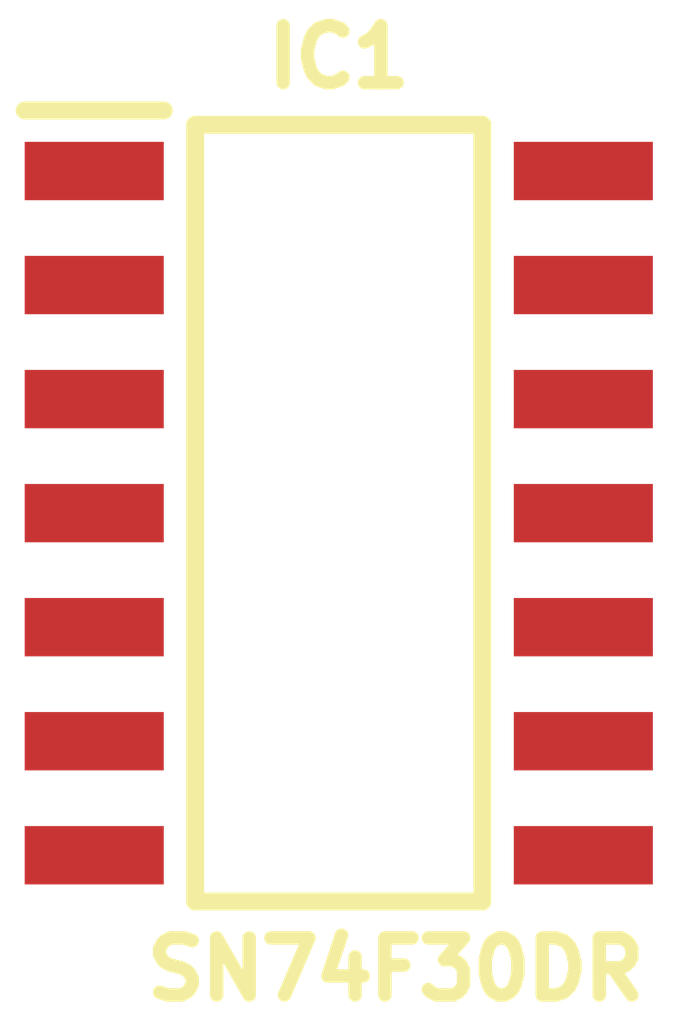
<source format=kicad_pcb>
(kicad_pcb (version 20211014) (generator pcbnew)
  (layers (0 "F.Cu" signal) (31 "B.Cu" signal) (34 "B.Paste" user) (35 "F.Paste" user) (36 "B.SilkS" user "B.Silkscreen") (37 "F.SilkS" user "F.Silkscreen") (38 "B.Mask" user) (39 "F.Mask" user) (44 "Edge.Cuts" user))
  (net 0 "")
  (footprint "SamacSys_Parts:SOIC127P600X175-14N" (layer "F.Cu") (at 125.5 83.25)
    (fp_text reference "IC1" (at 0 -5.08) (layer "F.SilkS") (effects (font (size 0.635 0.635))))
    (fp_text value "SN74F30DR" (at 0.635 5.08) (layer "F.SilkS") (effects (font (size 0.635 0.635))))
    (fp_line (start 1.6 4.325) (end -1.6 4.325) (layer "F.SilkS") (width 0.2))
    (fp_line (start -1.6 -4.325) (end 1.6 -4.325) (layer "F.SilkS") (width 0.2))
    (fp_line (start -3.5 -4.485) (end -1.95 -4.485) (layer "F.SilkS") (width 0.2))
    (fp_line (start 1.6 -4.325) (end 1.6 4.325) (layer "F.SilkS") (width 0.2))
    (fp_line (start -1.6 4.325) (end -1.6 -4.325) (layer "F.SilkS") (width 0.2))
    (pad "1" smd rect (at -2.725 -3.81 90) (size 0.65 1.55) (layers "F.Cu" "F.Paste" "F.Mask"))
    (pad "2" smd rect (at -2.725 -2.54 90) (size 0.65 1.55) (layers "F.Cu" "F.Paste" "F.Mask"))
    (pad "3" smd rect (at -2.725 -1.27 90) (size 0.65 1.55) (layers "F.Cu" "F.Paste" "F.Mask"))
    (pad "4" smd rect (at -2.725 0 90) (size 0.65 1.55) (layers "F.Cu" "F.Paste" "F.Mask"))
    (pad "5" smd rect (at -2.725 1.27 90) (size 0.65 1.55) (layers "F.Cu" "F.Paste" "F.Mask"))
    (pad "6" smd rect (at -2.725 2.54 90) (size 0.65 1.55) (layers "F.Cu" "F.Paste" "F.Mask"))
    (pad "7" smd rect (at -2.725 3.81 90) (size 0.65 1.55) (layers "F.Cu" "F.Paste" "F.Mask"))
    (pad "8" smd rect (at 2.725 3.81 90) (size 0.65 1.55) (layers "F.Cu" "F.Paste" "F.Mask"))
    (pad "9" smd rect (at 2.725 2.54 90) (size 0.65 1.55) (layers "F.Cu" "F.Paste" "F.Mask"))
    (pad "10" smd rect (at 2.725 1.27 90) (size 0.65 1.55) (layers "F.Cu" "F.Paste" "F.Mask"))
    (pad "11" smd rect (at 2.725 0 90) (size 0.65 1.55) (layers "F.Cu" "F.Paste" "F.Mask"))
    (pad "12" smd rect (at 2.725 -1.27 90) (size 0.65 1.55) (layers "F.Cu" "F.Paste" "F.Mask"))
    (pad "13" smd rect (at 2.725 -2.54 90) (size 0.65 1.55) (layers "F.Cu" "F.Paste" "F.Mask"))
    (pad "14" smd rect (at 2.725 -3.81 90) (size 0.65 1.55) (layers "F.Cu" "F.Paste" "F.Mask"))
  )
)
</source>
